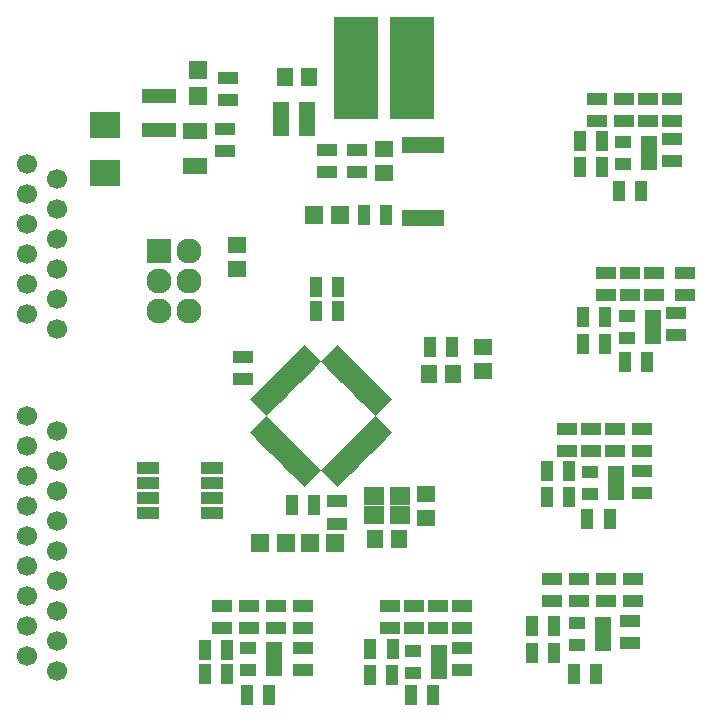
<source format=gbr>
G04 #@! TF.FileFunction,Soldermask,Top*
%FSLAX46Y46*%
G04 Gerber Fmt 4.6, Leading zero omitted, Abs format (unit mm)*
G04 Created by KiCad (PCBNEW 4.0.7-e2-6376~58~ubuntu16.04.1) date Tue Dec  5 20:34:02 2017*
%MOMM*%
%LPD*%
G01*
G04 APERTURE LIST*
%ADD10C,0.100000*%
%ADD11R,1.950000X1.000000*%
%ADD12R,1.460000X1.050000*%
%ADD13R,1.650000X1.400000*%
%ADD14R,1.400000X1.650000*%
%ADD15R,2.000000X1.400000*%
%ADD16R,2.559000X2.178000*%
%ADD17R,1.600000X1.600000*%
%ADD18R,2.900000X1.300000*%
%ADD19C,1.700000*%
%ADD20R,3.700000X8.600000*%
%ADD21R,2.127200X2.127200*%
%ADD22O,2.127200X2.127200*%
%ADD23R,1.700000X1.100000*%
%ADD24R,1.100000X1.700000*%
%ADD25R,3.600000X1.400000*%
%ADD26R,1.800000X1.600000*%
G04 APERTURE END LIST*
D10*
D11*
X125316000Y-108839000D03*
X125316000Y-110109000D03*
X125316000Y-111379000D03*
X125316000Y-112649000D03*
X130716000Y-112649000D03*
X130716000Y-111379000D03*
X130716000Y-110109000D03*
X130716000Y-108839000D03*
D10*
G36*
X134597666Y-106462288D02*
X133925914Y-105790536D01*
X135340128Y-104376322D01*
X136011880Y-105048074D01*
X134597666Y-106462288D01*
X134597666Y-106462288D01*
G37*
G36*
X135163352Y-107027973D02*
X134491600Y-106356221D01*
X135905814Y-104942007D01*
X136577566Y-105613759D01*
X135163352Y-107027973D01*
X135163352Y-107027973D01*
G37*
G36*
X135729037Y-107593659D02*
X135057285Y-106921907D01*
X136471499Y-105507693D01*
X137143251Y-106179445D01*
X135729037Y-107593659D01*
X135729037Y-107593659D01*
G37*
G36*
X136294722Y-108159344D02*
X135622970Y-107487592D01*
X137037184Y-106073378D01*
X137708936Y-106745130D01*
X136294722Y-108159344D01*
X136294722Y-108159344D01*
G37*
G36*
X136860408Y-108725030D02*
X136188656Y-108053278D01*
X137602870Y-106639064D01*
X138274622Y-107310816D01*
X136860408Y-108725030D01*
X136860408Y-108725030D01*
G37*
G36*
X137426093Y-109290715D02*
X136754341Y-108618963D01*
X138168555Y-107204749D01*
X138840307Y-107876501D01*
X137426093Y-109290715D01*
X137426093Y-109290715D01*
G37*
G36*
X137991779Y-109856400D02*
X137320027Y-109184648D01*
X138734241Y-107770434D01*
X139405993Y-108442186D01*
X137991779Y-109856400D01*
X137991779Y-109856400D01*
G37*
G36*
X138557464Y-110422086D02*
X137885712Y-109750334D01*
X139299926Y-108336120D01*
X139971678Y-109007872D01*
X138557464Y-110422086D01*
X138557464Y-110422086D01*
G37*
G36*
X142022288Y-109750334D02*
X141350536Y-110422086D01*
X139936322Y-109007872D01*
X140608074Y-108336120D01*
X142022288Y-109750334D01*
X142022288Y-109750334D01*
G37*
G36*
X142587973Y-109184648D02*
X141916221Y-109856400D01*
X140502007Y-108442186D01*
X141173759Y-107770434D01*
X142587973Y-109184648D01*
X142587973Y-109184648D01*
G37*
G36*
X143153659Y-108618963D02*
X142481907Y-109290715D01*
X141067693Y-107876501D01*
X141739445Y-107204749D01*
X143153659Y-108618963D01*
X143153659Y-108618963D01*
G37*
G36*
X143719344Y-108053278D02*
X143047592Y-108725030D01*
X141633378Y-107310816D01*
X142305130Y-106639064D01*
X143719344Y-108053278D01*
X143719344Y-108053278D01*
G37*
G36*
X144285030Y-107487592D02*
X143613278Y-108159344D01*
X142199064Y-106745130D01*
X142870816Y-106073378D01*
X144285030Y-107487592D01*
X144285030Y-107487592D01*
G37*
G36*
X144850715Y-106921907D02*
X144178963Y-107593659D01*
X142764749Y-106179445D01*
X143436501Y-105507693D01*
X144850715Y-106921907D01*
X144850715Y-106921907D01*
G37*
G36*
X145416400Y-106356221D02*
X144744648Y-107027973D01*
X143330434Y-105613759D01*
X144002186Y-104942007D01*
X145416400Y-106356221D01*
X145416400Y-106356221D01*
G37*
G36*
X145982086Y-105790536D02*
X145310334Y-106462288D01*
X143896120Y-105048074D01*
X144567872Y-104376322D01*
X145982086Y-105790536D01*
X145982086Y-105790536D01*
G37*
G36*
X144567872Y-104411678D02*
X143896120Y-103739926D01*
X145310334Y-102325712D01*
X145982086Y-102997464D01*
X144567872Y-104411678D01*
X144567872Y-104411678D01*
G37*
G36*
X144002186Y-103845993D02*
X143330434Y-103174241D01*
X144744648Y-101760027D01*
X145416400Y-102431779D01*
X144002186Y-103845993D01*
X144002186Y-103845993D01*
G37*
G36*
X143436501Y-103280307D02*
X142764749Y-102608555D01*
X144178963Y-101194341D01*
X144850715Y-101866093D01*
X143436501Y-103280307D01*
X143436501Y-103280307D01*
G37*
G36*
X142870816Y-102714622D02*
X142199064Y-102042870D01*
X143613278Y-100628656D01*
X144285030Y-101300408D01*
X142870816Y-102714622D01*
X142870816Y-102714622D01*
G37*
G36*
X142305130Y-102148936D02*
X141633378Y-101477184D01*
X143047592Y-100062970D01*
X143719344Y-100734722D01*
X142305130Y-102148936D01*
X142305130Y-102148936D01*
G37*
G36*
X141739445Y-101583251D02*
X141067693Y-100911499D01*
X142481907Y-99497285D01*
X143153659Y-100169037D01*
X141739445Y-101583251D01*
X141739445Y-101583251D01*
G37*
G36*
X141173759Y-101017566D02*
X140502007Y-100345814D01*
X141916221Y-98931600D01*
X142587973Y-99603352D01*
X141173759Y-101017566D01*
X141173759Y-101017566D01*
G37*
G36*
X140608074Y-100451880D02*
X139936322Y-99780128D01*
X141350536Y-98365914D01*
X142022288Y-99037666D01*
X140608074Y-100451880D01*
X140608074Y-100451880D01*
G37*
G36*
X139971678Y-99780128D02*
X139299926Y-100451880D01*
X137885712Y-99037666D01*
X138557464Y-98365914D01*
X139971678Y-99780128D01*
X139971678Y-99780128D01*
G37*
G36*
X139405993Y-100345814D02*
X138734241Y-101017566D01*
X137320027Y-99603352D01*
X137991779Y-98931600D01*
X139405993Y-100345814D01*
X139405993Y-100345814D01*
G37*
G36*
X138840307Y-100911499D02*
X138168555Y-101583251D01*
X136754341Y-100169037D01*
X137426093Y-99497285D01*
X138840307Y-100911499D01*
X138840307Y-100911499D01*
G37*
G36*
X138274622Y-101477184D02*
X137602870Y-102148936D01*
X136188656Y-100734722D01*
X136860408Y-100062970D01*
X138274622Y-101477184D01*
X138274622Y-101477184D01*
G37*
G36*
X137708936Y-102042870D02*
X137037184Y-102714622D01*
X135622970Y-101300408D01*
X136294722Y-100628656D01*
X137708936Y-102042870D01*
X137708936Y-102042870D01*
G37*
G36*
X137143251Y-102608555D02*
X136471499Y-103280307D01*
X135057285Y-101866093D01*
X135729037Y-101194341D01*
X137143251Y-102608555D01*
X137143251Y-102608555D01*
G37*
G36*
X136577566Y-103174241D02*
X135905814Y-103845993D01*
X134491600Y-102431779D01*
X135163352Y-101760027D01*
X136577566Y-103174241D01*
X136577566Y-103174241D01*
G37*
G36*
X136011880Y-103739926D02*
X135340128Y-104411678D01*
X133925914Y-102997464D01*
X134597666Y-102325712D01*
X136011880Y-103739926D01*
X136011880Y-103739926D01*
G37*
D12*
X136568000Y-78298000D03*
X136568000Y-79248000D03*
X136568000Y-80198000D03*
X138768000Y-80198000D03*
X138768000Y-78298000D03*
X138768000Y-79248000D03*
D13*
X153670000Y-98568000D03*
X153670000Y-100568000D03*
D14*
X149114000Y-100838000D03*
X151114000Y-100838000D03*
D15*
X129286000Y-80288000D03*
X129286000Y-83288000D03*
D13*
X132842000Y-89932000D03*
X132842000Y-91932000D03*
D14*
X138922000Y-75692000D03*
X136922000Y-75692000D03*
D13*
X145288000Y-81804000D03*
X145288000Y-83804000D03*
X148844000Y-111014000D03*
X148844000Y-113014000D03*
D14*
X144542000Y-114808000D03*
X146542000Y-114808000D03*
D16*
X121666000Y-83820000D03*
X121666000Y-79756000D03*
D17*
X129540000Y-77300000D03*
X129540000Y-75100000D03*
X141562000Y-87376000D03*
X139362000Y-87376000D03*
D18*
X126238000Y-77290000D03*
X126238000Y-80190000D03*
D19*
X115062000Y-109474000D03*
X115062000Y-106934000D03*
X115062000Y-104394000D03*
X115062000Y-112014000D03*
X117602000Y-105664000D03*
X117602000Y-108204000D03*
X117602000Y-110744000D03*
X117602000Y-113284000D03*
X115062000Y-114554000D03*
X117602000Y-115824000D03*
X115062000Y-117094000D03*
X117602000Y-118364000D03*
X115062000Y-119634000D03*
X117602000Y-120904000D03*
X115062000Y-122174000D03*
X117602000Y-123444000D03*
X115062000Y-124714000D03*
X117602000Y-125984000D03*
X115062000Y-88138000D03*
X115062000Y-85598000D03*
X115062000Y-83058000D03*
X115062000Y-90678000D03*
X117602000Y-84328000D03*
X117602000Y-86868000D03*
X117602000Y-89408000D03*
X117602000Y-91948000D03*
X115062000Y-93218000D03*
X117602000Y-94488000D03*
X115062000Y-95758000D03*
X117602000Y-97028000D03*
D20*
X142938000Y-74930000D03*
X147638000Y-74930000D03*
D21*
X126238000Y-90424000D03*
D22*
X128778000Y-90424000D03*
X126238000Y-92964000D03*
X128778000Y-92964000D03*
X126238000Y-95504000D03*
X128778000Y-95504000D03*
D23*
X132080000Y-77658000D03*
X132080000Y-75758000D03*
D24*
X151064000Y-98552000D03*
X149164000Y-98552000D03*
X139512000Y-95504000D03*
X141412000Y-95504000D03*
D23*
X131826000Y-80076000D03*
X131826000Y-81976000D03*
D24*
X139512000Y-93472000D03*
X141412000Y-93472000D03*
D23*
X140462000Y-81854000D03*
X140462000Y-83754000D03*
X143002000Y-81854000D03*
X143002000Y-83754000D03*
D25*
X148590000Y-87682000D03*
X148590000Y-81482000D03*
D24*
X145476000Y-87376000D03*
X143576000Y-87376000D03*
D23*
X133350000Y-99380000D03*
X133350000Y-101280000D03*
D24*
X159700000Y-124460000D03*
X157800000Y-124460000D03*
X161356000Y-126238000D03*
X163256000Y-126238000D03*
X164018000Y-98298000D03*
X162118000Y-98298000D03*
X165674000Y-99822000D03*
X167574000Y-99822000D03*
X145984000Y-126301500D03*
X144084000Y-126301500D03*
X147576500Y-128016000D03*
X149476500Y-128016000D03*
D23*
X166370000Y-120076000D03*
X166370000Y-118176000D03*
X170751500Y-94168000D03*
X170751500Y-92268000D03*
X151892000Y-122362000D03*
X151892000Y-120462000D03*
D24*
X159700000Y-122174000D03*
X157800000Y-122174000D03*
X164018000Y-96012000D03*
X162118000Y-96012000D03*
D23*
X164084000Y-120076000D03*
X164084000Y-118176000D03*
X168148000Y-94168000D03*
X168148000Y-92268000D03*
D24*
X146032500Y-124157000D03*
X144132500Y-124157000D03*
D23*
X161798000Y-120076000D03*
X161798000Y-118176000D03*
X166116000Y-94168000D03*
X166116000Y-92268000D03*
X149860000Y-122362000D03*
X149860000Y-120462000D03*
X159512000Y-118176000D03*
X159512000Y-120076000D03*
X164084000Y-92268000D03*
X164084000Y-94168000D03*
X147828000Y-122362000D03*
X147828000Y-120462000D03*
X166116000Y-123632000D03*
X166116000Y-121732000D03*
X170044500Y-97594500D03*
X170044500Y-95694500D03*
X145796000Y-120462000D03*
X145796000Y-122362000D03*
X151892000Y-125918000D03*
X151892000Y-124018000D03*
D24*
X160970000Y-111252000D03*
X159070000Y-111252000D03*
X162499000Y-113093500D03*
X164399000Y-113093500D03*
X163764000Y-83312000D03*
X161864000Y-83312000D03*
X165166000Y-85344000D03*
X167066000Y-85344000D03*
X132014000Y-126238000D03*
X130114000Y-126238000D03*
X133670000Y-128016000D03*
X135570000Y-128016000D03*
D23*
X167132000Y-107376000D03*
X167132000Y-105476000D03*
X169672000Y-79436000D03*
X169672000Y-77536000D03*
D24*
X160971500Y-109085000D03*
X159071500Y-109085000D03*
X163765500Y-81145000D03*
X161865500Y-81145000D03*
D23*
X138430000Y-122362000D03*
X138430000Y-120462000D03*
X164846000Y-107376000D03*
X164846000Y-105476000D03*
X167640000Y-79436000D03*
X167640000Y-77536000D03*
X162814000Y-107376000D03*
X162814000Y-105476000D03*
X165608000Y-79436000D03*
X165608000Y-77536000D03*
D24*
X132014000Y-124206000D03*
X130114000Y-124206000D03*
D23*
X136144000Y-122362000D03*
X136144000Y-120462000D03*
X160782000Y-105476000D03*
X160782000Y-107376000D03*
X163322000Y-77536000D03*
X163322000Y-79436000D03*
X133858000Y-122362000D03*
X133858000Y-120462000D03*
X167132000Y-110932000D03*
X167132000Y-109032000D03*
X169673500Y-82857000D03*
X169673500Y-80957000D03*
X131572000Y-120462000D03*
X131572000Y-122362000D03*
X138430000Y-125918000D03*
X138430000Y-124018000D03*
D12*
X163844000Y-123818000D03*
X163844000Y-122868000D03*
X163844000Y-121918000D03*
X161644000Y-121918000D03*
X161644000Y-123818000D03*
X168096500Y-97848500D03*
X168096500Y-96898500D03*
X168096500Y-95948500D03*
X165896500Y-95948500D03*
X165896500Y-97848500D03*
X149944000Y-126172000D03*
X149944000Y-125222000D03*
X149944000Y-124272000D03*
X147744000Y-124272000D03*
X147744000Y-126172000D03*
X164931500Y-111051000D03*
X164931500Y-110101000D03*
X164931500Y-109151000D03*
X162731500Y-109151000D03*
X162731500Y-111051000D03*
X167725500Y-83111000D03*
X167725500Y-82161000D03*
X167725500Y-81211000D03*
X165525500Y-81211000D03*
X165525500Y-83111000D03*
X135974000Y-125918000D03*
X135974000Y-124968000D03*
X135974000Y-124018000D03*
X133774000Y-124018000D03*
X133774000Y-125918000D03*
D26*
X146642000Y-111214000D03*
X144442000Y-111214000D03*
X144442000Y-112814000D03*
X146642000Y-112814000D03*
D17*
X134790000Y-115128000D03*
X136990000Y-115128000D03*
X141181000Y-115128000D03*
X138981000Y-115128000D03*
D24*
X139380000Y-111953000D03*
X137480000Y-111953000D03*
D23*
X141351000Y-111638000D03*
X141351000Y-113538000D03*
M02*

</source>
